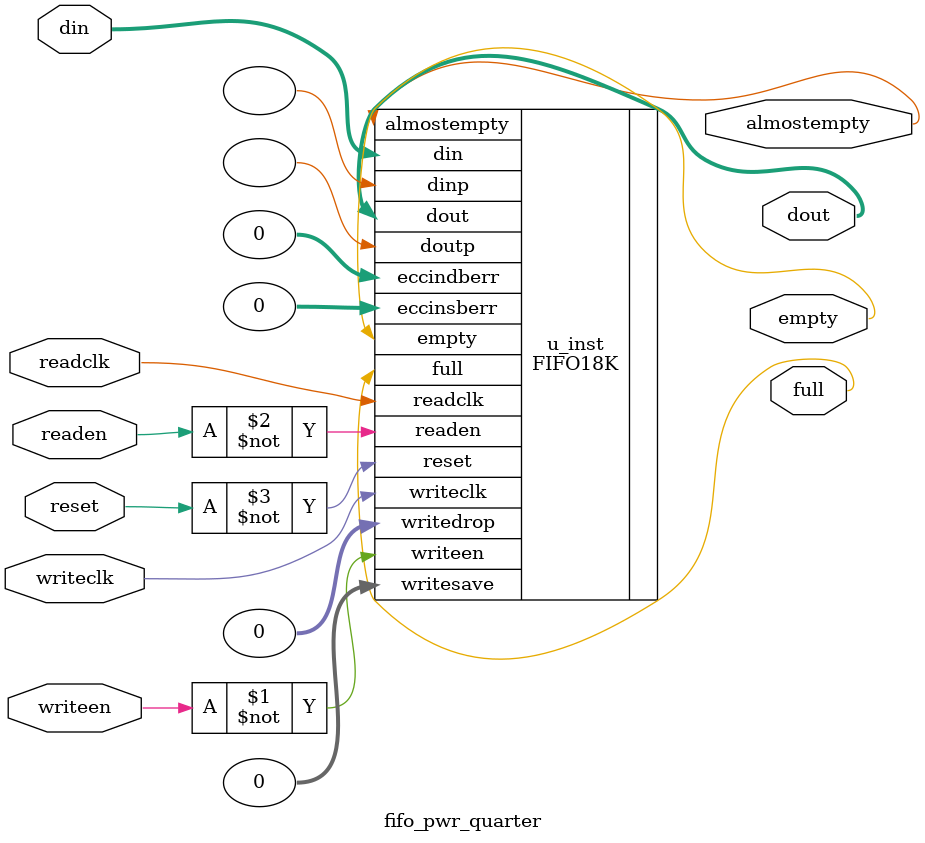
<source format=v>

module fifo_pwr_quarter(
    dout,
    din,
    writeclk,
    readclk,
    writeen,
    readen,
    reset,
    full,
    empty,
    almostempty
);

output [3:0] dout;
input [7:0] din;
input writeclk;
input readclk;
input writeen;
input readen;
input reset;
output full;
output empty;
output almostempty;

FIFO18K #(
        .almostemptyth (11'b00000111100),
        // .almostemptyth (11'd64),
        .almostfullth (10'b0000000010),
        .writewidth (9),
        .readwidth (4),
        .outreg (1'b0),
        .peek (1'b0),
        .readclk_inv (1'b0),
        .writeclk_inv (1'b0),
        .use_parity (1'b1)
)
u_inst (
        .dout (dout[3:0]),
        .doutp (),
        .din (din[7:0]),
        .dinp (),
        .writeclk (writeclk),
        .readclk (readclk),
        .writeen (~writeen),
        .readen (~readen),
        .reset (~reset),
        .full (full),
        .empty (empty),
        .almostempty (almostempty),
        .writesave (0),
        .writedrop (0),
        .eccindberr (0),
        .eccinsberr (0)
);

endmodule

// ============================================================
//                  fifo Setting
//
// Warning: This part is read by Fuxi, please don't modify it.
// ============================================================
// Device          : H1D03N0L144C7
// Module          : fifo_pwr_half
// IP core         : fifo
// IP Version      : 2

// AlmostEmpty     : true
// AlmostFull      : false
// EmptyAssert     : 6
// EmptyNegate     : 4
// EmptySingle     : 60
// EmptyType       : 1
// FifoType        : hardware
// FullAssert      : 3
// FullNegate      : 2
// FullSingle      : 2
// FullType        : 0
// Fwft            : false
// OverFlow        : false
// PeekMode        : false
// ReadAck         : false
// ReadAddrWidth   : 11
// ReadClr         : false
// ReadCnt         : false
// ReadDataWidth   : 9
// Regout          : false
// RegoutEn        : false
// Simulation Files: 
// Synthesis Files : 
// UnderFlow       : false
// UseHardWare     : true
// WorkMode        : true
// WriteAck        : false
// WriteAddrWidth  : 10
// WriteClr        : false
// WriteCnt        : false
// WriteDataWidth  : 18
// WriteDrop       : false

</source>
